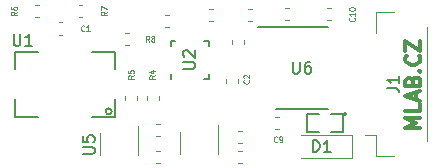
<source format=gbr>
G04 #@! TF.GenerationSoftware,KiCad,Pcbnew,(6.0.0-rc1-dev-1606-g4cd41e394)*
G04 #@! TF.CreationDate,2019-02-20T17:22:23+01:00
G04 #@! TF.ProjectId,WINDGAUGE03A_PCB01A,57494e44-4741-4554-9745-3033415f5043,rev?*
G04 #@! TF.SameCoordinates,Original*
G04 #@! TF.FileFunction,Legend,Top*
G04 #@! TF.FilePolarity,Positive*
%FSLAX46Y46*%
G04 Gerber Fmt 4.6, Leading zero omitted, Abs format (unit mm)*
G04 Created by KiCad (PCBNEW (6.0.0-rc1-dev-1606-g4cd41e394)) date 20.02.2019 17:22:23*
%MOMM*%
%LPD*%
G04 APERTURE LIST*
%ADD10C,0.300000*%
%ADD11C,0.120000*%
%ADD12C,0.150000*%
%ADD13C,0.114300*%
G04 APERTURE END LIST*
D10*
X34874523Y3241190D02*
X33604523Y3241190D01*
X34511666Y3664523D01*
X33604523Y4087857D01*
X34874523Y4087857D01*
X34874523Y5297380D02*
X34874523Y4692619D01*
X33604523Y4692619D01*
X34511666Y5660238D02*
X34511666Y6265000D01*
X34874523Y5539285D02*
X33604523Y5962619D01*
X34874523Y6385952D01*
X34209285Y7232619D02*
X34269761Y7414047D01*
X34330238Y7474523D01*
X34451190Y7535000D01*
X34632619Y7535000D01*
X34753571Y7474523D01*
X34814047Y7414047D01*
X34874523Y7293095D01*
X34874523Y6809285D01*
X33604523Y6809285D01*
X33604523Y7232619D01*
X33665000Y7353571D01*
X33725476Y7414047D01*
X33846428Y7474523D01*
X33967380Y7474523D01*
X34088333Y7414047D01*
X34148809Y7353571D01*
X34209285Y7232619D01*
X34209285Y6809285D01*
X34753571Y8079285D02*
X34814047Y8139761D01*
X34874523Y8079285D01*
X34814047Y8018809D01*
X34753571Y8079285D01*
X34874523Y8079285D01*
X34753571Y9409761D02*
X34814047Y9349285D01*
X34874523Y9167857D01*
X34874523Y9046904D01*
X34814047Y8865476D01*
X34693095Y8744523D01*
X34572142Y8684047D01*
X34330238Y8623571D01*
X34148809Y8623571D01*
X33906904Y8684047D01*
X33785952Y8744523D01*
X33665000Y8865476D01*
X33604523Y9046904D01*
X33604523Y9167857D01*
X33665000Y9349285D01*
X33725476Y9409761D01*
X33604523Y9833095D02*
X33604523Y10679761D01*
X34874523Y9833095D01*
X34874523Y10679761D01*
D11*
X5937221Y12690000D02*
X6262779Y12690000D01*
X5937221Y13710000D02*
X6262779Y13710000D01*
X12519221Y314000D02*
X12844779Y314000D01*
X12519221Y1334000D02*
X12844779Y1334000D01*
X12519221Y2600000D02*
X12844779Y2600000D01*
X12519221Y3620000D02*
X12844779Y3620000D01*
X19437221Y290000D02*
X19762779Y290000D01*
X19437221Y1310000D02*
X19762779Y1310000D01*
X19437221Y1990000D02*
X19762779Y1990000D01*
X19437221Y3010000D02*
X19762779Y3010000D01*
X4237221Y11190000D02*
X4562779Y11190000D01*
X4237221Y12210000D02*
X4562779Y12210000D01*
X2550279Y13710000D02*
X2224721Y13710000D01*
X2550279Y12690000D02*
X2224721Y12690000D01*
X22862779Y4210000D02*
X22537221Y4210000D01*
X22862779Y3190000D02*
X22537221Y3190000D01*
X18382000Y7438779D02*
X18382000Y7113221D01*
X19402000Y7438779D02*
X19402000Y7113221D01*
X19910000Y10415221D02*
X19910000Y10740779D01*
X18890000Y10415221D02*
X18890000Y10740779D01*
X12722500Y5637221D02*
X12722500Y5962779D01*
X11702500Y5637221D02*
X11702500Y5962779D01*
X10922500Y5637221D02*
X10922500Y5962779D01*
X9902500Y5637221D02*
X9902500Y5962779D01*
X9839221Y10322000D02*
X10164779Y10322000D01*
X9839221Y11342000D02*
X10164779Y11342000D01*
X17276779Y13374000D02*
X16951221Y13374000D01*
X17276779Y12354000D02*
X16951221Y12354000D01*
X13550279Y12810000D02*
X13224721Y12810000D01*
X13550279Y11790000D02*
X13224721Y11790000D01*
X26957221Y12400000D02*
X27282779Y12400000D01*
X26957221Y13420000D02*
X27282779Y13420000D01*
X23401221Y12400000D02*
X23726779Y12400000D01*
X23401221Y13420000D02*
X23726779Y13420000D01*
X20604279Y13374000D02*
X20278721Y13374000D01*
X20604279Y12354000D02*
X20278721Y12354000D01*
D12*
X550000Y4250000D02*
X550000Y5700000D01*
X2500000Y4250000D02*
X550000Y4250000D01*
X9050000Y9750000D02*
X7100000Y9750000D01*
X9050000Y8300000D02*
X9050000Y9750000D01*
X550000Y9750000D02*
X2500000Y9750000D01*
X550000Y8300000D02*
X550000Y9750000D01*
X8737000Y4688600D02*
G75*
G03X8737000Y4688600I-254000J0D01*
G01*
X9050000Y4250000D02*
X7100000Y4250000D01*
X9050000Y4250000D02*
X9050000Y5700000D01*
X16936000Y7454000D02*
X16536000Y7454000D01*
X16936000Y7454000D02*
X16936000Y7854000D01*
X16936000Y10654000D02*
X16536000Y10654000D01*
X16936000Y10654000D02*
X16936000Y10254000D01*
X13736000Y10654000D02*
X14136000Y10654000D01*
X13736000Y10654000D02*
X13736000Y10254000D01*
X13736000Y7454000D02*
X13736000Y7854000D01*
D11*
X32602000Y890000D02*
X31152000Y890000D01*
X31152000Y890000D02*
X31152000Y2690000D01*
X31152000Y2690000D02*
X30162000Y2690000D01*
X32602000Y13110000D02*
X31152000Y13110000D01*
X31152000Y13110000D02*
X31152000Y11310000D01*
X35422000Y2160000D02*
X35422000Y11840000D01*
X14490000Y2900000D02*
X14490000Y1100000D01*
X17710000Y1100000D02*
X17710000Y3550000D01*
X10990000Y1024000D02*
X10990000Y3474000D01*
X7770000Y2824000D02*
X7770000Y1024000D01*
D12*
X22609000Y4888000D02*
X27059000Y4888000D01*
X21084000Y11788000D02*
X27059000Y11788000D01*
X28324000Y2938000D02*
X27308000Y2938000D01*
X28324000Y4462000D02*
X28324000Y2938000D01*
X28578000Y4462000D02*
G75*
G03X28578000Y4462000I-127000J0D01*
G01*
X27308000Y4462000D02*
X28324000Y4462000D01*
X26292000Y2938000D02*
X25276000Y2938000D01*
X25276000Y2938000D02*
X25276000Y4462000D01*
X25276000Y4462000D02*
X26292000Y4462000D01*
D11*
X24750000Y700000D02*
X29050000Y700000D01*
X29050000Y700000D02*
X29050000Y2700000D01*
X29050000Y2700000D02*
X24750000Y2700000D01*
D13*
X8329809Y13123800D02*
X8087904Y12971400D01*
X8329809Y12862542D02*
X7821809Y12862542D01*
X7821809Y13036714D01*
X7846000Y13080257D01*
X7870190Y13102028D01*
X7918571Y13123800D01*
X7991142Y13123800D01*
X8039523Y13102028D01*
X8063714Y13080257D01*
X8087904Y13036714D01*
X8087904Y12862542D01*
X7821809Y13276200D02*
X7821809Y13581000D01*
X8329809Y13385057D01*
X6423800Y11518571D02*
X6402028Y11494380D01*
X6336714Y11470190D01*
X6293171Y11470190D01*
X6227857Y11494380D01*
X6184314Y11542761D01*
X6162542Y11591142D01*
X6140771Y11687904D01*
X6140771Y11760476D01*
X6162542Y11857238D01*
X6184314Y11905619D01*
X6227857Y11954000D01*
X6293171Y11978190D01*
X6336714Y11978190D01*
X6402028Y11954000D01*
X6423800Y11929809D01*
X6859228Y11470190D02*
X6597971Y11470190D01*
X6728600Y11470190D02*
X6728600Y11978190D01*
X6685057Y11905619D01*
X6641514Y11857238D01*
X6597971Y11833047D01*
X729809Y13123800D02*
X487904Y12971400D01*
X729809Y12862542D02*
X221809Y12862542D01*
X221809Y13036714D01*
X246000Y13080257D01*
X270190Y13102028D01*
X318571Y13123800D01*
X391142Y13123800D01*
X439523Y13102028D01*
X463714Y13080257D01*
X487904Y13036714D01*
X487904Y12862542D01*
X221809Y13515685D02*
X221809Y13428600D01*
X246000Y13385057D01*
X270190Y13363285D01*
X342761Y13319742D01*
X439523Y13297971D01*
X633047Y13297971D01*
X681428Y13319742D01*
X705619Y13341514D01*
X729809Y13385057D01*
X729809Y13472142D01*
X705619Y13515685D01*
X681428Y13537457D01*
X633047Y13559228D01*
X512095Y13559228D01*
X463714Y13537457D01*
X439523Y13515685D01*
X415333Y13472142D01*
X415333Y13385057D01*
X439523Y13341514D01*
X463714Y13319742D01*
X512095Y13297971D01*
X22750800Y2121571D02*
X22729028Y2097380D01*
X22663714Y2073190D01*
X22620171Y2073190D01*
X22554857Y2097380D01*
X22511314Y2145761D01*
X22489542Y2194142D01*
X22467771Y2290904D01*
X22467771Y2363476D01*
X22489542Y2460238D01*
X22511314Y2508619D01*
X22554857Y2557000D01*
X22620171Y2581190D01*
X22663714Y2581190D01*
X22729028Y2557000D01*
X22750800Y2532809D01*
X22968514Y2073190D02*
X23055600Y2073190D01*
X23099142Y2097380D01*
X23120914Y2121571D01*
X23164457Y2194142D01*
X23186228Y2290904D01*
X23186228Y2484428D01*
X23164457Y2532809D01*
X23142685Y2557000D01*
X23099142Y2581190D01*
X23012057Y2581190D01*
X22968514Y2557000D01*
X22946742Y2532809D01*
X22924971Y2484428D01*
X22924971Y2363476D01*
X22946742Y2315095D01*
X22968514Y2290904D01*
X23012057Y2266714D01*
X23099142Y2266714D01*
X23142685Y2290904D01*
X23164457Y2315095D01*
X23186228Y2363476D01*
X20343428Y7326800D02*
X20367619Y7305028D01*
X20391809Y7239714D01*
X20391809Y7196171D01*
X20367619Y7130857D01*
X20319238Y7087314D01*
X20270857Y7065542D01*
X20174095Y7043771D01*
X20101523Y7043771D01*
X20004761Y7065542D01*
X19956380Y7087314D01*
X19908000Y7130857D01*
X19883809Y7196171D01*
X19883809Y7239714D01*
X19908000Y7305028D01*
X19932190Y7326800D01*
X19932190Y7500971D02*
X19908000Y7522742D01*
X19883809Y7566285D01*
X19883809Y7675142D01*
X19908000Y7718685D01*
X19932190Y7740457D01*
X19980571Y7762228D01*
X20028952Y7762228D01*
X20101523Y7740457D01*
X20391809Y7479200D01*
X20391809Y7762228D01*
X12429809Y7723800D02*
X12187904Y7571400D01*
X12429809Y7462542D02*
X11921809Y7462542D01*
X11921809Y7636714D01*
X11946000Y7680257D01*
X11970190Y7702028D01*
X12018571Y7723800D01*
X12091142Y7723800D01*
X12139523Y7702028D01*
X12163714Y7680257D01*
X12187904Y7636714D01*
X12187904Y7462542D01*
X12091142Y8115685D02*
X12429809Y8115685D01*
X11897619Y8006828D02*
X12260476Y7897971D01*
X12260476Y8181000D01*
X10629809Y7723800D02*
X10387904Y7571400D01*
X10629809Y7462542D02*
X10121809Y7462542D01*
X10121809Y7636714D01*
X10146000Y7680257D01*
X10170190Y7702028D01*
X10218571Y7723800D01*
X10291142Y7723800D01*
X10339523Y7702028D01*
X10363714Y7680257D01*
X10387904Y7636714D01*
X10387904Y7462542D01*
X10121809Y8137457D02*
X10121809Y7919742D01*
X10363714Y7897971D01*
X10339523Y7919742D01*
X10315333Y7963285D01*
X10315333Y8072142D01*
X10339523Y8115685D01*
X10363714Y8137457D01*
X10412095Y8159228D01*
X10533047Y8159228D01*
X10581428Y8137457D01*
X10605619Y8115685D01*
X10629809Y8072142D01*
X10629809Y7963285D01*
X10605619Y7919742D01*
X10581428Y7897971D01*
X11923800Y10570190D02*
X11771400Y10812095D01*
X11662542Y10570190D02*
X11662542Y11078190D01*
X11836714Y11078190D01*
X11880257Y11054000D01*
X11902028Y11029809D01*
X11923800Y10981428D01*
X11923800Y10908857D01*
X11902028Y10860476D01*
X11880257Y10836285D01*
X11836714Y10812095D01*
X11662542Y10812095D01*
X12185057Y10860476D02*
X12141514Y10884666D01*
X12119742Y10908857D01*
X12097971Y10957238D01*
X12097971Y10981428D01*
X12119742Y11029809D01*
X12141514Y11054000D01*
X12185057Y11078190D01*
X12272142Y11078190D01*
X12315685Y11054000D01*
X12337457Y11029809D01*
X12359228Y10981428D01*
X12359228Y10957238D01*
X12337457Y10908857D01*
X12315685Y10884666D01*
X12272142Y10860476D01*
X12185057Y10860476D01*
X12141514Y10836285D01*
X12119742Y10812095D01*
X12097971Y10763714D01*
X12097971Y10666952D01*
X12119742Y10618571D01*
X12141514Y10594380D01*
X12185057Y10570190D01*
X12272142Y10570190D01*
X12315685Y10594380D01*
X12337457Y10618571D01*
X12359228Y10666952D01*
X12359228Y10763714D01*
X12337457Y10812095D01*
X12315685Y10836285D01*
X12272142Y10860476D01*
X29281428Y12616085D02*
X29305619Y12594314D01*
X29329809Y12529000D01*
X29329809Y12485457D01*
X29305619Y12420142D01*
X29257238Y12376600D01*
X29208857Y12354828D01*
X29112095Y12333057D01*
X29039523Y12333057D01*
X28942761Y12354828D01*
X28894380Y12376600D01*
X28846000Y12420142D01*
X28821809Y12485457D01*
X28821809Y12529000D01*
X28846000Y12594314D01*
X28870190Y12616085D01*
X29329809Y13051514D02*
X29329809Y12790257D01*
X29329809Y12920885D02*
X28821809Y12920885D01*
X28894380Y12877342D01*
X28942761Y12833800D01*
X28966952Y12790257D01*
X28821809Y13334542D02*
X28821809Y13378085D01*
X28846000Y13421628D01*
X28870190Y13443400D01*
X28918571Y13465171D01*
X29015333Y13486942D01*
X29136285Y13486942D01*
X29233047Y13465171D01*
X29281428Y13443400D01*
X29305619Y13421628D01*
X29329809Y13378085D01*
X29329809Y13334542D01*
X29305619Y13291000D01*
X29281428Y13269228D01*
X29233047Y13247457D01*
X29136285Y13225685D01*
X29015333Y13225685D01*
X28918571Y13247457D01*
X28870190Y13269228D01*
X28846000Y13291000D01*
X28821809Y13334542D01*
D12*
X438095Y11230619D02*
X438095Y10421095D01*
X485714Y10325857D01*
X533333Y10278238D01*
X628571Y10230619D01*
X819047Y10230619D01*
X914285Y10278238D01*
X961904Y10325857D01*
X1009523Y10421095D01*
X1009523Y11230619D01*
X2009523Y10230619D02*
X1438095Y10230619D01*
X1723809Y10230619D02*
X1723809Y11230619D01*
X1628571Y11087761D01*
X1533333Y10992523D01*
X1438095Y10944904D01*
X14788380Y8292095D02*
X15597904Y8292095D01*
X15693142Y8339714D01*
X15740761Y8387333D01*
X15788380Y8482571D01*
X15788380Y8673047D01*
X15740761Y8768285D01*
X15693142Y8815904D01*
X15597904Y8863523D01*
X14788380Y8863523D01*
X14883619Y9292095D02*
X14836000Y9339714D01*
X14788380Y9434952D01*
X14788380Y9673047D01*
X14836000Y9768285D01*
X14883619Y9815904D01*
X14978857Y9863523D01*
X15074095Y9863523D01*
X15216952Y9815904D01*
X15788380Y9244476D01*
X15788380Y9863523D01*
X32060380Y6666666D02*
X32774666Y6666666D01*
X32917523Y6619047D01*
X33012761Y6523809D01*
X33060380Y6380952D01*
X33060380Y6285714D01*
X33060380Y7666666D02*
X33060380Y7095238D01*
X33060380Y7380952D02*
X32060380Y7380952D01*
X32203238Y7285714D01*
X32298476Y7190476D01*
X32346095Y7095238D01*
X6292380Y1078095D02*
X7101904Y1078095D01*
X7197142Y1125714D01*
X7244761Y1173333D01*
X7292380Y1268571D01*
X7292380Y1459047D01*
X7244761Y1554285D01*
X7197142Y1601904D01*
X7101904Y1649523D01*
X6292380Y1649523D01*
X6292380Y2601904D02*
X6292380Y2125714D01*
X6768571Y2078095D01*
X6720952Y2125714D01*
X6673333Y2220952D01*
X6673333Y2459047D01*
X6720952Y2554285D01*
X6768571Y2601904D01*
X6863809Y2649523D01*
X7101904Y2649523D01*
X7197142Y2601904D01*
X7244761Y2554285D01*
X7292380Y2459047D01*
X7292380Y2220952D01*
X7244761Y2125714D01*
X7197142Y2078095D01*
X24072095Y8885619D02*
X24072095Y8076095D01*
X24119714Y7980857D01*
X24167333Y7933238D01*
X24262571Y7885619D01*
X24453047Y7885619D01*
X24548285Y7933238D01*
X24595904Y7980857D01*
X24643523Y8076095D01*
X24643523Y8885619D01*
X25548285Y8885619D02*
X25357809Y8885619D01*
X25262571Y8838000D01*
X25214952Y8790380D01*
X25119714Y8647523D01*
X25072095Y8457047D01*
X25072095Y8076095D01*
X25119714Y7980857D01*
X25167333Y7933238D01*
X25262571Y7885619D01*
X25453047Y7885619D01*
X25548285Y7933238D01*
X25595904Y7980857D01*
X25643523Y8076095D01*
X25643523Y8314190D01*
X25595904Y8409428D01*
X25548285Y8457047D01*
X25453047Y8504666D01*
X25262571Y8504666D01*
X25167333Y8457047D01*
X25119714Y8409428D01*
X25072095Y8314190D01*
X25761904Y1247619D02*
X25761904Y2247619D01*
X26000000Y2247619D01*
X26142857Y2200000D01*
X26238095Y2104761D01*
X26285714Y2009523D01*
X26333333Y1819047D01*
X26333333Y1676190D01*
X26285714Y1485714D01*
X26238095Y1390476D01*
X26142857Y1295238D01*
X26000000Y1247619D01*
X25761904Y1247619D01*
X27285714Y1247619D02*
X26714285Y1247619D01*
X27000000Y1247619D02*
X27000000Y2247619D01*
X26904761Y2104761D01*
X26809523Y2009523D01*
X26714285Y1961904D01*
M02*

</source>
